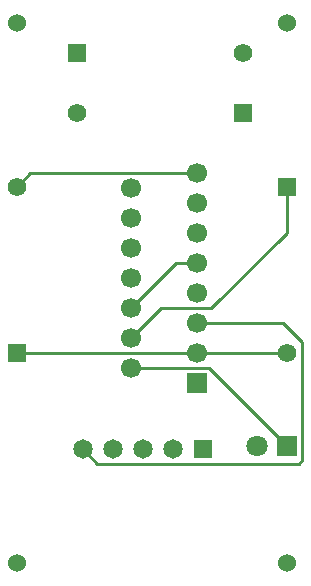
<source format=gbr>
%TF.GenerationSoftware,Altium Limited,Altium Designer,23.3.1 (30)*%
G04 Layer_Physical_Order=2*
G04 Layer_Color=16711680*
%FSLAX45Y45*%
%MOMM*%
%TF.SameCoordinates,796C1B80-4156-4CD7-A6E5-B9CE5994D65D*%
%TF.FilePolarity,Positive*%
%TF.FileFunction,Copper,L2,Bot,Signal*%
%TF.Part,Single*%
G01*
G75*
%TA.AperFunction,Conductor*%
%ADD10C,0.25400*%
%TA.AperFunction,ComponentPad*%
%ADD11C,1.57500*%
%ADD12R,1.57500X1.57500*%
%TA.AperFunction,ViaPad*%
%ADD13C,1.52400*%
%TA.AperFunction,ComponentPad*%
%ADD14C,1.69494*%
%ADD15R,1.69494X1.69494*%
%ADD16R,1.65000X1.65000*%
%ADD17C,1.65000*%
%ADD18R,1.80000X1.80000*%
%ADD19C,1.80000*%
%ADD20R,1.57500X1.57500*%
D10*
X8432800Y6807200D02*
X8557260Y6682740D01*
X10261600D01*
X10289540Y6710680D01*
Y7716520D01*
X10132060Y7874000D02*
X10289540Y7716520D01*
X9398000Y7874000D02*
X10132060D01*
X8844991Y7747000D02*
X9096451Y7998460D01*
X9522460D01*
X10160000Y8636000D01*
Y9030000D01*
X7988000Y9144000D02*
X9398000D01*
X7874000Y9030000D02*
X7988000Y9144000D01*
X8844991Y7493000D02*
X9499600D01*
X10160000Y6832600D01*
X7874000Y7620000D02*
X9398000D01*
X10160000D01*
X9225991Y8382000D02*
X9398000D01*
X8844991Y8001000D02*
X9225991Y8382000D01*
D11*
X7874000Y9030000D02*
D03*
X10160000Y7620000D02*
D03*
X8382000Y9652000D02*
D03*
X9792000Y10160000D02*
D03*
D12*
X7874000Y7620000D02*
D03*
X10160000Y9030000D02*
D03*
D13*
X7874000Y10414000D02*
D03*
X10160000D02*
D03*
Y5842000D02*
D03*
X7874000D02*
D03*
D14*
X8844991Y9017000D02*
D03*
Y8763000D02*
D03*
Y8509000D02*
D03*
Y8255000D02*
D03*
Y8001000D02*
D03*
Y7747000D02*
D03*
Y7493000D02*
D03*
X9398000Y9144000D02*
D03*
Y8890000D02*
D03*
Y8636000D02*
D03*
Y8382000D02*
D03*
Y8128000D02*
D03*
Y7874000D02*
D03*
Y7620000D02*
D03*
D15*
Y7366000D02*
D03*
D16*
X9448800Y6807200D02*
D03*
D17*
X9194800D02*
D03*
X8940800D02*
D03*
X8686800D02*
D03*
X8432800D02*
D03*
D18*
X10160000Y6832600D02*
D03*
D19*
X9906000D02*
D03*
D20*
X9792000Y9652000D02*
D03*
X8382000Y10160000D02*
D03*
%TF.MD5,05b5808bdb014b578a2c4cca32c5601a*%
M02*

</source>
